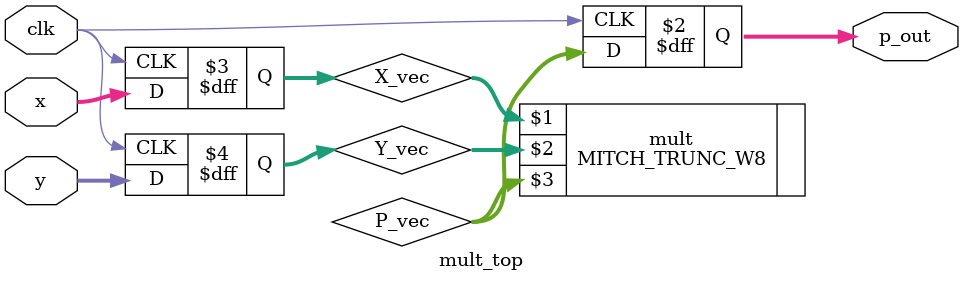
<source format=v>

`include "timescale.v"

module mult_top(
    // Clock and reset
    input clk,
    // Input X has a form x_i%d where %d denotes the bit number
    input  [15:0] x,
    // Input Y has a form y_i%d where %d denotes the bit number
    input  [15:0] y,
    // Output P has a form p_out%d where %d denotes the bit number
    output reg [31:0] p_out
    );

    
    // Now we have X_vec and Y_vec signal 
    // Then we do processing with these signals and store the 
    // intermidiate result in P_vec
    // For example purposes X_vec and Y_vec are concanated and stored in P_vec
    wire [31:0] P_vec;
    reg [15:0] X_vec;
    reg [15:0] Y_vec;
    
    MITCH_TRUNC_W8 mult(X_vec,Y_vec,P_vec); 

 
    always @(posedge clk) 
    begin
        p_out = P_vec;
        X_vec = x;
        Y_vec = y;
    end

endmodule 


</source>
